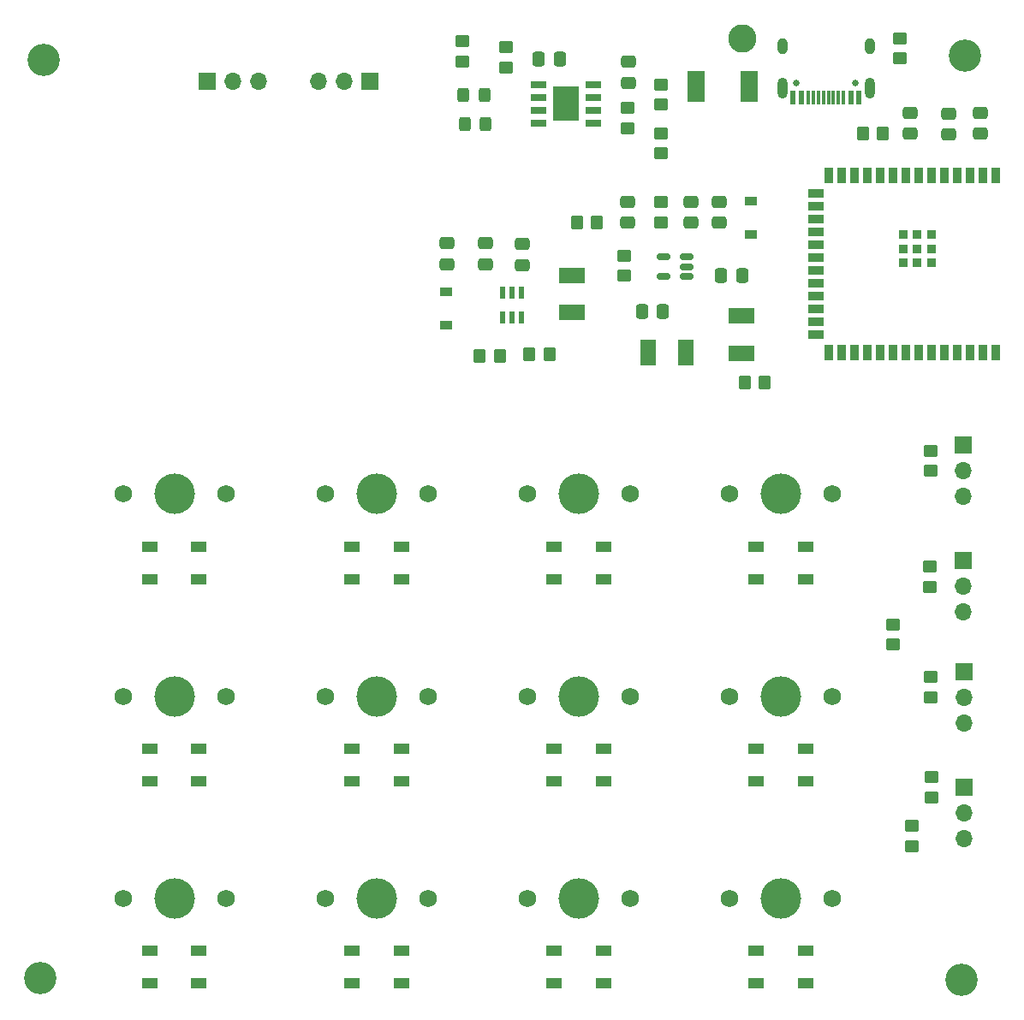
<source format=gts>
G04 #@! TF.GenerationSoftware,KiCad,Pcbnew,(6.0.0)*
G04 #@! TF.CreationDate,2022-08-04T01:32:58+02:00*
G04 #@! TF.ProjectId,keyboard_v1.0,6b657962-6f61-4726-945f-76312e302e6b,rev?*
G04 #@! TF.SameCoordinates,Original*
G04 #@! TF.FileFunction,Soldermask,Top*
G04 #@! TF.FilePolarity,Negative*
%FSLAX46Y46*%
G04 Gerber Fmt 4.6, Leading zero omitted, Abs format (unit mm)*
G04 Created by KiCad (PCBNEW (6.0.0)) date 2022-08-04 01:32:58*
%MOMM*%
%LPD*%
G01*
G04 APERTURE LIST*
G04 Aperture macros list*
%AMRoundRect*
0 Rectangle with rounded corners*
0 $1 Rounding radius*
0 $2 $3 $4 $5 $6 $7 $8 $9 X,Y pos of 4 corners*
0 Add a 4 corners polygon primitive as box body*
4,1,4,$2,$3,$4,$5,$6,$7,$8,$9,$2,$3,0*
0 Add four circle primitives for the rounded corners*
1,1,$1+$1,$2,$3*
1,1,$1+$1,$4,$5*
1,1,$1+$1,$6,$7*
1,1,$1+$1,$8,$9*
0 Add four rect primitives between the rounded corners*
20,1,$1+$1,$2,$3,$4,$5,0*
20,1,$1+$1,$4,$5,$6,$7,0*
20,1,$1+$1,$6,$7,$8,$9,0*
20,1,$1+$1,$8,$9,$2,$3,0*%
G04 Aperture macros list end*
%ADD10C,1.750000*%
%ADD11C,4.000000*%
%ADD12RoundRect,0.250000X-0.350000X-0.450000X0.350000X-0.450000X0.350000X0.450000X-0.350000X0.450000X0*%
%ADD13R,1.700000X1.700000*%
%ADD14O,1.700000X1.700000*%
%ADD15R,2.500000X1.500000*%
%ADD16R,1.500000X2.500000*%
%ADD17R,1.525000X0.700000*%
%ADD18R,2.513000X3.402000*%
%ADD19RoundRect,0.250000X0.325000X0.450000X-0.325000X0.450000X-0.325000X-0.450000X0.325000X-0.450000X0*%
%ADD20C,2.800000*%
%ADD21RoundRect,0.250000X0.450000X-0.350000X0.450000X0.350000X-0.450000X0.350000X-0.450000X-0.350000X0*%
%ADD22RoundRect,0.250000X0.475000X-0.337500X0.475000X0.337500X-0.475000X0.337500X-0.475000X-0.337500X0*%
%ADD23RoundRect,0.250000X-0.450000X0.350000X-0.450000X-0.350000X0.450000X-0.350000X0.450000X0.350000X0*%
%ADD24R,1.780000X3.150000*%
%ADD25RoundRect,0.250000X-0.475000X0.337500X-0.475000X-0.337500X0.475000X-0.337500X0.475000X0.337500X0*%
%ADD26C,3.200000*%
%ADD27RoundRect,0.250000X0.350000X0.450000X-0.350000X0.450000X-0.350000X-0.450000X0.350000X-0.450000X0*%
%ADD28RoundRect,0.250000X-0.337500X-0.475000X0.337500X-0.475000X0.337500X0.475000X-0.337500X0.475000X0*%
%ADD29R,1.500000X1.000000*%
%ADD30R,1.200000X0.900000*%
%ADD31R,0.900000X1.500000*%
%ADD32R,1.500000X0.900000*%
%ADD33R,0.900000X0.900000*%
%ADD34C,0.600000*%
%ADD35C,0.650000*%
%ADD36R,0.600000X1.450000*%
%ADD37R,0.300000X1.450000*%
%ADD38O,1.000000X2.100000*%
%ADD39O,1.000000X1.600000*%
%ADD40R,0.600000X1.200000*%
%ADD41RoundRect,0.250000X0.337500X0.475000X-0.337500X0.475000X-0.337500X-0.475000X0.337500X-0.475000X0*%
%ADD42RoundRect,0.150000X0.512500X0.150000X-0.512500X0.150000X-0.512500X-0.150000X0.512500X-0.150000X0*%
G04 APERTURE END LIST*
D10*
X102580000Y-117500000D03*
D11*
X97500000Y-117500000D03*
D10*
X92420000Y-117500000D03*
D12*
X125600000Y-41800000D03*
X127600000Y-41800000D03*
D13*
X135625000Y-106475000D03*
D14*
X135625000Y-109015000D03*
X135625000Y-111555000D03*
D15*
X113600000Y-59850000D03*
X113600000Y-63550000D03*
D16*
X104350000Y-63500000D03*
X108050000Y-63500000D03*
D17*
X98984000Y-40775000D03*
X98984000Y-39505000D03*
X98984000Y-38235000D03*
X98984000Y-36965000D03*
X93560000Y-36965000D03*
X93560000Y-38235000D03*
X93560000Y-39505000D03*
X93560000Y-40775000D03*
D18*
X96272000Y-38870000D03*
D19*
X88149500Y-38055000D03*
X86099500Y-38055000D03*
D11*
X57500000Y-77500000D03*
D10*
X62580000Y-77500000D03*
X52420000Y-77500000D03*
D13*
X135525000Y-72675000D03*
D14*
X135525000Y-75215000D03*
X135525000Y-77755000D03*
D20*
X113689000Y-32411000D03*
D21*
X132200000Y-86700000D03*
X132200000Y-84700000D03*
D22*
X91900000Y-54837500D03*
X91900000Y-52762500D03*
D23*
X130441000Y-110349000D03*
X130441000Y-112349000D03*
D24*
X114342000Y-37163000D03*
X109112000Y-37163000D03*
D25*
X111400000Y-48562500D03*
X111400000Y-50637500D03*
D26*
X135372000Y-125535000D03*
D23*
X105653000Y-36959000D03*
X105653000Y-38959000D03*
D25*
X102300000Y-48562500D03*
X102300000Y-50637500D03*
D27*
X115900000Y-66500000D03*
X113900000Y-66500000D03*
D22*
X137200000Y-41837500D03*
X137200000Y-39762500D03*
D28*
X111562500Y-55900000D03*
X113637500Y-55900000D03*
D29*
X115050000Y-122700000D03*
X115050000Y-125900000D03*
X119950000Y-125900000D03*
X119950000Y-122700000D03*
D23*
X132300000Y-73200000D03*
X132300000Y-75200000D03*
D15*
X96800000Y-55850000D03*
X96800000Y-59550000D03*
D13*
X76849000Y-36682000D03*
D14*
X74309000Y-36682000D03*
X71769000Y-36682000D03*
D10*
X92420000Y-77500000D03*
X102580000Y-77500000D03*
D11*
X97500000Y-77500000D03*
D29*
X119950000Y-105900000D03*
X119950000Y-102700000D03*
X115050000Y-102700000D03*
X115050000Y-105900000D03*
D13*
X60775000Y-36622000D03*
D14*
X63315000Y-36622000D03*
X65855000Y-36622000D03*
D11*
X117500000Y-77500000D03*
D10*
X112420000Y-77500000D03*
X122580000Y-77500000D03*
D21*
X129217000Y-34404000D03*
X129217000Y-32404000D03*
D12*
X87700000Y-63800000D03*
X89700000Y-63800000D03*
D29*
X55050000Y-82700000D03*
X55050000Y-85900000D03*
X59950000Y-85900000D03*
X59950000Y-82700000D03*
X75050000Y-122700000D03*
X75050000Y-125900000D03*
X79950000Y-125900000D03*
X79950000Y-122700000D03*
D30*
X84400000Y-57450000D03*
X84400000Y-60750000D03*
D21*
X132300000Y-97600000D03*
X132300000Y-95600000D03*
D23*
X90339000Y-33313000D03*
X90339000Y-35313000D03*
D22*
X84500000Y-54737500D03*
X84500000Y-52662500D03*
D28*
X93536500Y-34436000D03*
X95611500Y-34436000D03*
D10*
X112420000Y-97500000D03*
X122580000Y-97500000D03*
D11*
X117500000Y-97500000D03*
X77500000Y-97500000D03*
D10*
X82580000Y-97500000D03*
X72420000Y-97500000D03*
D27*
X99300000Y-50600000D03*
X97300000Y-50600000D03*
D23*
X128539000Y-90403000D03*
X128539000Y-92403000D03*
D29*
X75050000Y-82700000D03*
X75050000Y-85900000D03*
X79950000Y-85900000D03*
X79950000Y-82700000D03*
X95050000Y-122700000D03*
X95050000Y-125900000D03*
X99950000Y-125900000D03*
X99950000Y-122700000D03*
X99950000Y-105900000D03*
X99950000Y-102700000D03*
X95050000Y-102700000D03*
X95050000Y-105900000D03*
X79950000Y-105900000D03*
X79950000Y-102700000D03*
X75050000Y-102700000D03*
X75050000Y-105900000D03*
D31*
X138696000Y-46001000D03*
X137426000Y-46001000D03*
X136156000Y-46001000D03*
X134886000Y-46001000D03*
X133616000Y-46001000D03*
X132346000Y-46001000D03*
X131076000Y-46001000D03*
X129806000Y-46001000D03*
X128536000Y-46001000D03*
X127266000Y-46001000D03*
X125996000Y-46001000D03*
X124726000Y-46001000D03*
X123456000Y-46001000D03*
X122186000Y-46001000D03*
D32*
X120936000Y-47766000D03*
X120936000Y-49036000D03*
X120936000Y-50301000D03*
X120936000Y-51576000D03*
X120936000Y-52846000D03*
X120936000Y-54116000D03*
X120936000Y-55386000D03*
X120936000Y-56656000D03*
X120936000Y-57926000D03*
X120936000Y-59196000D03*
X120936000Y-60466000D03*
X120936000Y-61736000D03*
D31*
X122186000Y-63501000D03*
X123456000Y-63501000D03*
X124726000Y-63501000D03*
X125996000Y-63501000D03*
X127266000Y-63501000D03*
X128536000Y-63501000D03*
X129806000Y-63501000D03*
X131076000Y-63501000D03*
X132346000Y-63501000D03*
X133616000Y-63501000D03*
X134886000Y-63501000D03*
X136156000Y-63501000D03*
X137426000Y-63501000D03*
X138696000Y-63501000D03*
D33*
X130976000Y-54651000D03*
X129576000Y-54651000D03*
D34*
X132376000Y-54651000D03*
X130976000Y-54651000D03*
D33*
X130976000Y-51851000D03*
X132376000Y-53251000D03*
D34*
X129576000Y-53251000D03*
D33*
X132376000Y-51851000D03*
X129576000Y-53251000D03*
D34*
X129576000Y-51851000D03*
X130976000Y-53251000D03*
D33*
X132376000Y-54651000D03*
D34*
X132376000Y-51851000D03*
X129576000Y-54651000D03*
D33*
X129571000Y-51851000D03*
D34*
X132376000Y-53251000D03*
D33*
X130976000Y-53251000D03*
D34*
X130976000Y-51851000D03*
D10*
X112420000Y-117500000D03*
D11*
X117500000Y-117500000D03*
D10*
X122580000Y-117500000D03*
D23*
X102300000Y-39300000D03*
X102300000Y-41300000D03*
X105600000Y-41800000D03*
X105600000Y-43800000D03*
D10*
X72420000Y-117500000D03*
X82580000Y-117500000D03*
D11*
X77500000Y-117500000D03*
D13*
X135625000Y-95100000D03*
D14*
X135625000Y-97640000D03*
X135625000Y-100180000D03*
D35*
X119050000Y-36799000D03*
X124830000Y-36799000D03*
D36*
X125190000Y-38244000D03*
X124390000Y-38244000D03*
D37*
X123190000Y-38244000D03*
X122190000Y-38244000D03*
X121690000Y-38244000D03*
X120690000Y-38244000D03*
D36*
X119490000Y-38244000D03*
X118690000Y-38244000D03*
X118690000Y-38244000D03*
X119490000Y-38244000D03*
D37*
X120190000Y-38244000D03*
X121190000Y-38244000D03*
X122690000Y-38244000D03*
X123690000Y-38244000D03*
D36*
X124390000Y-38244000D03*
X125190000Y-38244000D03*
D38*
X117620000Y-37329000D03*
X126260000Y-37329000D03*
D39*
X126260000Y-33149000D03*
X117620000Y-33149000D03*
D40*
X89950000Y-60050000D03*
X90900000Y-60050000D03*
X91850000Y-60050000D03*
X91850000Y-57550000D03*
X90900000Y-57550000D03*
X89950000Y-57550000D03*
D11*
X97500000Y-97500000D03*
D10*
X102580000Y-97500000D03*
X92420000Y-97500000D03*
D23*
X86020000Y-32696000D03*
X86020000Y-34696000D03*
X105600000Y-48600000D03*
X105600000Y-50600000D03*
D29*
X55050000Y-122700000D03*
X55050000Y-125900000D03*
X59950000Y-125900000D03*
X59950000Y-122700000D03*
X59950000Y-105900000D03*
X59950000Y-102700000D03*
X55050000Y-102700000D03*
X55050000Y-105900000D03*
D26*
X135700000Y-34100000D03*
D41*
X105837500Y-59400000D03*
X103762500Y-59400000D03*
D22*
X88300000Y-54737500D03*
X88300000Y-52662500D03*
D25*
X108600000Y-48562500D03*
X108600000Y-50637500D03*
D29*
X115050000Y-82700000D03*
X115050000Y-85900000D03*
X119950000Y-85900000D03*
X119950000Y-82700000D03*
D22*
X130300000Y-41837500D03*
X130300000Y-39762500D03*
D12*
X92600000Y-63700000D03*
X94600000Y-63700000D03*
D22*
X134100000Y-41937500D03*
X134100000Y-39862500D03*
D10*
X52420000Y-117500000D03*
X62580000Y-117500000D03*
D11*
X57500000Y-117500000D03*
D19*
X88271000Y-40870000D03*
X86221000Y-40870000D03*
D26*
X44281000Y-125396000D03*
X44569000Y-34585000D03*
D42*
X108137500Y-55950000D03*
X108137500Y-55000000D03*
X108137500Y-54050000D03*
X105862500Y-54050000D03*
X105862500Y-55950000D03*
D21*
X102000000Y-55900000D03*
X102000000Y-53900000D03*
D23*
X132400000Y-105500000D03*
X132400000Y-107500000D03*
D22*
X102403000Y-36794500D03*
X102403000Y-34719500D03*
D30*
X114500000Y-48550000D03*
X114500000Y-51850000D03*
D10*
X72420000Y-77500000D03*
X82580000Y-77500000D03*
D11*
X77500000Y-77500000D03*
X57500000Y-97500000D03*
D10*
X52420000Y-97500000D03*
X62580000Y-97500000D03*
D29*
X95050000Y-82700000D03*
X95050000Y-85900000D03*
X99950000Y-85900000D03*
X99950000Y-82700000D03*
D13*
X135500000Y-84100000D03*
D14*
X135500000Y-86640000D03*
X135500000Y-89180000D03*
M02*

</source>
